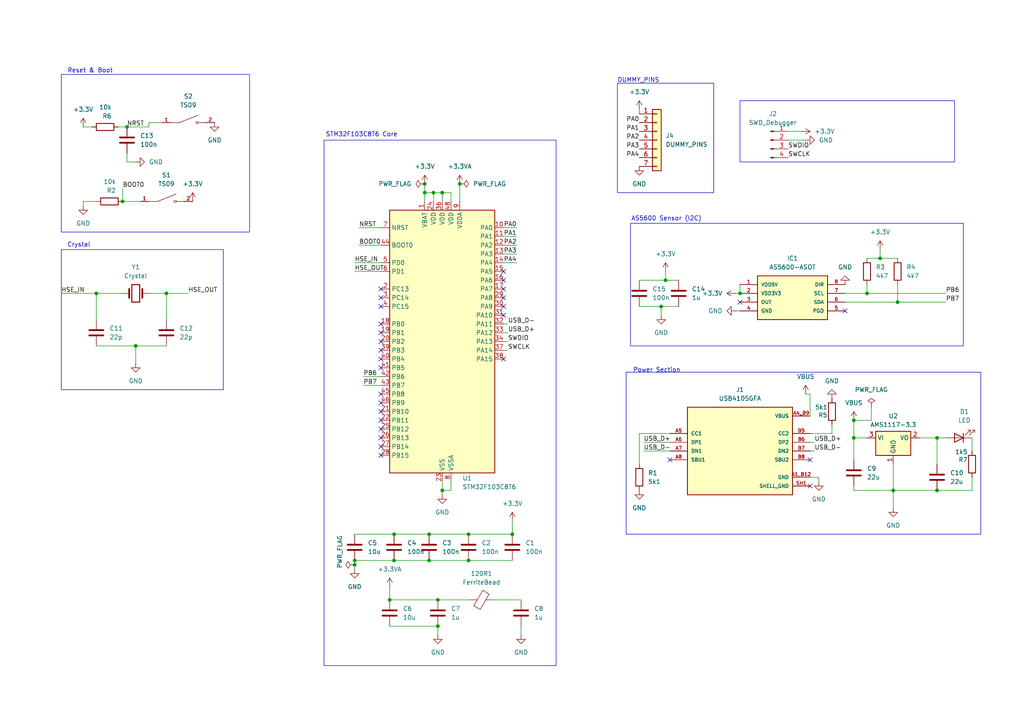
<source format=kicad_sch>
(kicad_sch (version 20250114) (generator "eeschema") (generator_version "9.0")
  (paper "A4")
  (lib_symbols
    (symbol "AS5600:AS5600-ASOT" (pin_names (offset 1.016))
      (property "Reference" "IC1" (at 15.24 7.62 0))
      (property "Value" "AS5600-ASOT" (at 15.24 5.08 0))
      (symbol "AS5600-ASOT_0_0"
        (rectangle (start 5.08 -10.16) (end 25.4 2.54) (stroke (width 0.254)) (fill (type background)))
        (pin bidirectional line (at 0 -5.08 0) (length 5.08) (name "OUT") (number "3"))
        (pin bidirectional line (at 30.48 -2.54 180) (length 5.08) (name "SCL") (number "7"))
        (pin bidirectional line (at 30.48 -5.08 180) (length 5.08) (name "SDA") (number "6"))
        (pin bidirectional line (at 30.48 -7.62 180) (length 5.08) (name "PGO") (number "5"))
      )
      (symbol "AS5600-ASOT_1_0"
        (pin power_in line (at 0 0 0) (length 5.08) (name "VDD5V") (number "1"))
        (pin power_in line (at 0 -2.54 0) (length 5.08) (name "VDD3V3") (number "2"))
        (pin power_in line (at 0 -7.62 0) (length 5.08) (name "GND") (number "4"))
        (pin input line (at 30.48 0 180) (length 5.08) (name "DIR") (number "8"))
      )
    )
    (symbol "Connector:Conn_01x04_Pin" (pin_names (offset 1.016) (hide yes))
      (property "Reference" "J" (at 0 5.08 0))
      (property "Value" "Conn_01x04_Pin" (at 0 -7.62 0))
      (symbol "Conn_01x04_Pin_1_1"
        (rectangle (start 0.8636 2.667) (end 0 2.413) (stroke (width 0.1524)) (fill (type outline)))
        (rectangle (start 0.8636 0.127) (end 0 -0.127) (stroke (width 0.1524)) (fill (type outline)))
        (rectangle (start 0.8636 -2.413) (end 0 -2.667) (stroke (width 0.1524)) (fill (type outline)))
        (rectangle (start 0.8636 -4.953) (end 0 -5.207) (stroke (width 0.1524)) (fill (type outline)))
        (polyline (pts (xy 1.27 2.54) (xy 0.8636 2.54)) (stroke (width 0.1524)))
        (polyline (pts (xy 1.27 0) (xy 0.8636 0)) (stroke (width 0.1524)))
        (polyline (pts (xy 1.27 -2.54) (xy 0.8636 -2.54)) (stroke (width 0.1524)))
        (polyline (pts (xy 1.27 -5.08) (xy 0.8636 -5.08)) (stroke (width 0.1524)))
        (pin passive line (at 5.08 2.54 180) (length 3.81) (name "Pin_1") (number "1"))
        (pin passive line (at 5.08 0 180) (length 3.81) (name "Pin_2") (number "2"))
        (pin passive line (at 5.08 -2.54 180) (length 3.81) (name "Pin_3") (number "3"))
        (pin passive line (at 5.08 -5.08 180) (length 3.81) (name "Pin_4") (number "4"))
      )
    )
    (symbol "Connector_Generic:Conn_01x07" (pin_names (offset 1.016) (hide yes))
      (property "Reference" "J" (at 0 10.16 0))
      (property "Value" "Conn_01x07" (at 0 -10.16 0))
      (symbol "Conn_01x07_1_1"
        (rectangle (start -1.27 8.89) (end 1.27 -8.89) (stroke (width 0.254)) (fill (type background)))
        (rectangle (start -1.27 7.747) (end 0 7.493) (stroke (width 0.1524)))
        (rectangle (start -1.27 5.207) (end 0 4.953) (stroke (width 0.1524)))
        (rectangle (start -1.27 2.667) (end 0 2.413) (stroke (width 0.1524)))
        (rectangle (start -1.27 0.127) (end 0 -0.127) (stroke (width 0.1524)))
        (rectangle (start -1.27 -2.413) (end 0 -2.667) (stroke (width 0.1524)))
        (rectangle (start -1.27 -4.953) (end 0 -5.207) (stroke (width 0.1524)))
        (rectangle (start -1.27 -7.493) (end 0 -7.747) (stroke (width 0.1524)))
        (pin passive line (at -5.08 7.62 0) (length 3.81) (name "Pin_1") (number "1"))
        (pin passive line (at -5.08 5.08 0) (length 3.81) (name "Pin_2") (number "2"))
        (pin passive line (at -5.08 2.54 0) (length 3.81) (name "Pin_3") (number "3"))
        (pin passive line (at -5.08 0 0) (length 3.81) (name "Pin_4") (number "4"))
        (pin passive line (at -5.08 -2.54 0) (length 3.81) (name "Pin_5") (number "5"))
        (pin passive line (at -5.08 -5.08 0) (length 3.81) (name "Pin_6") (number "6"))
        (pin passive line (at -5.08 -7.62 0) (length 3.81) (name "Pin_7") (number "7"))
      )
    )
    (symbol "Device:C" (pin_numbers (hide yes)) (pin_names (offset 0.254))
      (property "Reference" "C" (at 0.635 2.54 0))
      (property "Value" "C" (at 0.635 -2.54 0))
      (symbol "C_0_1"
        (polyline (pts (xy -2.032 0.762) (xy 2.032 0.762)) (stroke (width 0.508)))
        (polyline (pts (xy -2.032 -0.762) (xy 2.032 -0.762)) (stroke (width 0.508)))
      )
      (symbol "C_1_1"
        (pin passive line (at 0 3.81 270) (length 2.794) (name "~") (number "1"))
        (pin passive line (at 0 -3.81 90) (length 2.794) (name "~") (number "2"))
      )
    )
    (symbol "Device:Crystal" (pin_numbers (hide yes)) (pin_names (offset 1.016) (hide yes))
      (property "Reference" "Y" (at 0 3.81 0))
      (property "Value" "Crystal" (at 0 -3.81 0))
      (symbol "Crystal_0_1"
        (polyline (pts (xy -2.54 0) (xy -1.905 0)))
        (polyline (pts (xy -1.905 -1.27) (xy -1.905 1.27)) (stroke (width 0.508)))
        (rectangle (start -1.143 2.54) (end 1.143 -2.54) (stroke (width 0.3048)))
        (polyline (pts (xy 1.905 -1.27) (xy 1.905 1.27)) (stroke (width 0.508)))
        (polyline (pts (xy 2.54 0) (xy 1.905 0)))
      )
      (symbol "Crystal_1_1"
        (pin passive line (at -3.81 0 0) (length 1.27) (name "1") (number "1"))
        (pin passive line (at 3.81 0 180) (length 1.27) (name "2") (number "2"))
      )
    )
    (symbol "Device:FerriteBead" (pin_numbers (hide yes)) (pin_names (offset 0))
      (property "Reference" "FB" (at -3.81 0.635 90))
      (property "Value" "FerriteBead" (at 3.81 0 90))
      (symbol "FerriteBead_0_1"
        (polyline (pts (xy -2.7686 0.4064) (xy -1.7018 2.2606) (xy 2.7686 -0.3048) (xy 1.6764 -2.159) (xy -2.7686 0.4064)))
        (polyline (pts (xy 0 1.27) (xy 0 1.2954)))
        (polyline (pts (xy 0 -1.27) (xy 0 -1.2192)))
      )
      (symbol "FerriteBead_1_1"
        (pin passive line (at 0 3.81 270) (length 2.54) (name "~") (number "1"))
        (pin passive line (at 0 -3.81 90) (length 2.54) (name "~") (number "2"))
      )
    )
    (symbol "Device:LED" (pin_numbers (hide yes)) (pin_names (offset 1.016) (hide yes))
      (property "Reference" "D" (at 0 2.54 0))
      (property "Value" "LED" (at 0 -2.54 0))
      (symbol "LED_0_1"
        (polyline (pts (xy -3.048 -0.762) (xy -4.572 -2.286) (xy -3.81 -2.286) (xy -4.572 -2.286) (xy -4.572 -1.524)))
        (polyline (pts (xy -1.778 -0.762) (xy -3.302 -2.286) (xy -2.54 -2.286) (xy -3.302 -2.286) (xy -3.302 -1.524)))
        (polyline (pts (xy -1.27 0) (xy 1.27 0)))
        (polyline (pts (xy -1.27 -1.27) (xy -1.27 1.27)) (stroke (width 0.254)))
        (polyline (pts (xy 1.27 -1.27) (xy 1.27 1.27) (xy -1.27 0) (xy 1.27 -1.27)) (stroke (width 0.254)))
      )
      (symbol "LED_1_1"
        (pin passive line (at -3.81 0 0) (length 2.54) (name "K") (number "1"))
        (pin passive line (at 3.81 0 180) (length 2.54) (name "A") (number "2"))
      )
    )
    (symbol "Device:R" (pin_numbers (hide yes)) (pin_names (offset 0))
      (property "Reference" "R" (at 2.032 0 90))
      (property "Value" "R" (at 0 0 90))
      (symbol "R_0_1"
        (rectangle (start -1.016 -2.54) (end 1.016 2.54) (stroke (width 0.254)))
      )
      (symbol "R_1_1"
        (pin passive line (at 0 3.81 270) (length 1.27) (name "~") (number "1"))
        (pin passive line (at 0 -3.81 90) (length 1.27) (name "~") (number "2"))
      )
    )
    (symbol "MCU_ST_STM32F1:STM32F103C8Tx"
      (property "Reference" "U" (at -15.24 39.37 0))
      (property "Value" "STM32F103C8Tx" (at 7.62 39.37 0))
      (symbol "STM32F103C8Tx_0_1"
        (rectangle (start -15.24 -38.1) (end 15.24 38.1) (stroke (width 0.254)) (fill (type background)))
      )
      (symbol "STM32F103C8Tx_1_1"
        (pin input line (at -17.78 33.02 0) (length 2.54) (name "NRST") (number "7"))
        (pin input line (at -17.78 27.94 0) (length 2.54) (name "BOOT0") (number "44"))
        (pin bidirectional line (at -17.78 22.86 0) (length 2.54) (name "PD0") (number "5"))
        (pin bidirectional line (at -17.78 20.32 0) (length 2.54) (name "PD1") (number "6"))
        (pin bidirectional line (at -17.78 15.24 0) (length 2.54) (name "PC13") (number "2"))
        (pin bidirectional line (at -17.78 12.7 0) (length 2.54) (name "PC14") (number "3"))
        (pin bidirectional line (at -17.78 10.16 0) (length 2.54) (name "PC15") (number "4"))
        (pin bidirectional line (at -17.78 5.08 0) (length 2.54) (name "PB0") (number "18"))
        (pin bidirectional line (at -17.78 2.54 0) (length 2.54) (name "PB1") (number "19"))
        (pin bidirectional line (at -17.78 0 0) (length 2.54) (name "PB2") (number "20"))
        (pin bidirectional line (at -17.78 -2.54 0) (length 2.54) (name "PB3") (number "39"))
        (pin bidirectional line (at -17.78 -5.08 0) (length 2.54) (name "PB4") (number "40"))
        (pin bidirectional line (at -17.78 -7.62 0) (length 2.54) (name "PB5") (number "41"))
        (pin bidirectional line (at -17.78 -10.16 0) (length 2.54) (name "PB6") (number "42"))
        (pin bidirectional line (at -17.78 -12.7 0) (length 2.54) (name "PB7") (number "43"))
        (pin bidirectional line (at -17.78 -15.24 0) (length 2.54) (name "PB8") (number "45"))
        (pin bidirectional line (at -17.78 -17.78 0) (length 2.54) (name "PB9") (number "46"))
        (pin bidirectional line (at -17.78 -20.32 0) (length 2.54) (name "PB10") (number "21"))
        (pin bidirectional line (at -17.78 -22.86 0) (length 2.54) (name "PB11") (number "22"))
        (pin bidirectional line (at -17.78 -25.4 0) (length 2.54) (name "PB12") (number "25"))
        (pin bidirectional line (at -17.78 -27.94 0) (length 2.54) (name "PB13") (number "26"))
        (pin bidirectional line (at -17.78 -30.48 0) (length 2.54) (name "PB14") (number "27"))
        (pin bidirectional line (at -17.78 -33.02 0) (length 2.54) (name "PB15") (number "28"))
        (pin power_in line (at -5.08 40.64 270) (length 2.54) (name "VBAT") (number "1"))
        (pin power_in line (at -2.54 40.64 270) (length 2.54) (name "VDD") (number "24"))
        (pin power_in line (at 0 40.64 270) (length 2.54) (name "VDD") (number "36"))
        (pin power_in line (at 0 -40.64 90) (length 2.54) (name "VSS") (number "23"))
        (pin passive line (at 0 -40.64 90) (length 2.54) (hide yes) (name "VSS") (number "35"))
        (pin passive line (at 0 -40.64 90) (length 2.54) (hide yes) (name "VSS") (number "47"))
        (pin power_in line (at 2.54 40.64 270) (length 2.54) (name "VDD") (number "48"))
        (pin power_in line (at 2.54 -40.64 90) (length 2.54) (name "VSSA") (number "8"))
        (pin power_in line (at 5.08 40.64 270) (length 2.54) (name "VDDA") (number "9"))
        (pin bidirectional line (at 17.78 33.02 180) (length 2.54) (name "PA0") (number "10"))
        (pin bidirectional line (at 17.78 30.48 180) (length 2.54) (name "PA1") (number "11"))
        (pin bidirectional line (at 17.78 27.94 180) (length 2.54) (name "PA2") (number "12"))
        (pin bidirectional line (at 17.78 25.4 180) (length 2.54) (name "PA3") (number "13"))
        (pin bidirectional line (at 17.78 22.86 180) (length 2.54) (name "PA4") (number "14"))
        (pin bidirectional line (at 17.78 20.32 180) (length 2.54) (name "PA5") (number "15"))
        (pin bidirectional line (at 17.78 17.78 180) (length 2.54) (name "PA6") (number "16"))
        (pin bidirectional line (at 17.78 15.24 180) (length 2.54) (name "PA7") (number "17"))
        (pin bidirectional line (at 17.78 12.7 180) (length 2.54) (name "PA8") (number "29"))
        (pin bidirectional line (at 17.78 10.16 180) (length 2.54) (name "PA9") (number "30"))
        (pin bidirectional line (at 17.78 7.62 180) (length 2.54) (name "PA10") (number "31"))
        (pin bidirectional line (at 17.78 5.08 180) (length 2.54) (name "PA11") (number "32"))
        (pin bidirectional line (at 17.78 2.54 180) (length 2.54) (name "PA12") (number "33"))
        (pin bidirectional line (at 17.78 0 180) (length 2.54) (name "PA13") (number "34"))
        (pin bidirectional line (at 17.78 -2.54 180) (length 2.54) (name "PA14") (number "37"))
        (pin bidirectional line (at 17.78 -5.08 180) (length 2.54) (name "PA15") (number "38"))
      )
    )
    (symbol "Regulator_Linear:AMS1117-3.3"
      (property "Reference" "U" (at -3.81 3.175 0))
      (property "Value" "AMS1117-3.3" (at 0 3.175 0))
      (symbol "AMS1117-3.3_0_1"
        (rectangle (start -5.08 -5.08) (end 5.08 1.905) (stroke (width 0.254)) (fill (type background)))
      )
      (symbol "AMS1117-3.3_1_1"
        (pin power_in line (at -7.62 0 0) (length 2.54) (name "VI") (number "3"))
        (pin power_in line (at 0 -7.62 90) (length 2.54) (name "GND") (number "1"))
        (pin power_out line (at 7.62 0 180) (length 2.54) (name "VO") (number "2"))
      )
    )
    (symbol "power:+3.3V" (power) (pin_numbers (hide yes)) (pin_names (offset 0) (hide yes))
      (property "Value" "+3.3V" (at 0 3.556 0))
      (symbol "+3.3V_0_1"
        (polyline (pts (xy -0.762 1.27) (xy 0 2.54)))
        (polyline (pts (xy 0 2.54) (xy 0.762 1.27)))
        (polyline (pts (xy 0 0) (xy 0 2.54)))
      )
      (symbol "+3.3V_1_1"
        (pin power_in line (at 0 0 90) (length 0) (name "~") (number "1"))
      )
    )
    (symbol "power:+3.3VA" (power) (pin_numbers (hide yes)) (pin_names (offset 0) (hide yes))
      (property "Value" "+3.3VA" (at 0 3.556 0))
      (symbol "+3.3VA_0_1"
        (polyline (pts (xy -0.762 1.27) (xy 0 2.54)))
        (polyline (pts (xy 0 2.54) (xy 0.762 1.27)))
        (polyline (pts (xy 0 0) (xy 0 2.54)))
      )
      (symbol "+3.3VA_1_1"
        (pin power_in line (at 0 0 90) (length 0) (name "~") (number "1"))
      )
    )
    (symbol "power:GND" (power) (pin_numbers (hide yes)) (pin_names (offset 0) (hide yes))
      (property "Value" "GND" (at 0 -3.81 0))
      (symbol "GND_0_1"
        (polyline (pts (xy 0 0) (xy 0 -1.27) (xy 1.27 -1.27) (xy 0 -2.54) (xy -1.27 -1.27) (xy 0 -1.27)))
      )
      (symbol "GND_1_1"
        (pin power_in line (at 0 0 270) (length 0) (name "~") (number "1"))
      )
    )
    (symbol "power:PWR_FLAG" (power) (pin_numbers (hide yes)) (pin_names (offset 0) (hide yes))
      (property "Value" "PWR_FLAG" (at 0 3.81 0))
      (symbol "PWR_FLAG_0_0"
        (pin power_out line (at 0 0 90) (length 0) (name "~") (number "1"))
      )
      (symbol "PWR_FLAG_0_1"
        (polyline (pts (xy 0 0) (xy 0 1.27) (xy -1.016 1.905) (xy 0 2.54) (xy 1.016 1.905) (xy 0 1.27)))
      )
    )
    (symbol "power:VBUS" (power) (pin_numbers (hide yes)) (pin_names (offset 0) (hide yes))
      (property "Value" "VBUS" (at 0 3.556 0))
      (symbol "VBUS_0_1"
        (polyline (pts (xy -0.762 1.27) (xy 0 2.54)))
        (polyline (pts (xy 0 2.54) (xy 0.762 1.27)))
        (polyline (pts (xy 0 0) (xy 0 2.54)))
      )
      (symbol "VBUS_1_1"
        (pin power_in line (at 0 0 90) (length 0) (name "~") (number "1"))
      )
    )
    (symbol "ts09:TS09-63-25-R-160-SMT-TR" (pin_names (offset 1.016))
      (property "Reference" "S" (at -2.54 2.54 0))
      (property "Value" "TS09-63-25-R-160-SMT-TR" (at -2.54 -2.54 0))
      (symbol "TS09-63-25-R-160-SMT-TR_0_0"
        (polyline (pts (xy -2.54 0) (xy -5.08 0)) (stroke (width 0.1524)))
        (polyline (pts (xy -2.54 0) (xy 2.794 2.1336)) (stroke (width 0.1524)))
        (circle (center 2.54 0) (radius 0.3302) (stroke (width 0.1524)))
        (polyline (pts (xy 5.08 0) (xy 2.921 0)) (stroke (width 0.1524)))
        (pin passive line (at -7.62 0 0) (length 2.54) (name "~") (number "1"))
        (pin passive line (at 7.62 0 180) (length 2.54) (name "~") (number "2"))
      )
    )
    (symbol "usb_c:USB4105GFA" (pin_names (offset 1.016))
      (property "Reference" "J" (at -15.24 13.97 0))
      (property "Value" "USB4105GFA" (at -15.24 -15.24 0))
      (symbol "USB4105GFA_0_0"
        (rectangle (start -15.24 -12.7) (end 15.24 12.7) (stroke (width 0.254)) (fill (type background)))
        (pin bidirectional line (at -20.32 5.08 0) (length 5.08) (name "CC1") (number "A5"))
        (pin bidirectional line (at -20.32 2.54 0) (length 5.08) (name "DP1") (number "A6"))
        (pin bidirectional line (at -20.32 0 0) (length 5.08) (name "DN1") (number "A7"))
        (pin bidirectional line (at -20.32 -2.54 0) (length 5.08) (name "SBU1") (number "A8"))
        (pin power_in line (at 20.32 10.16 180) (length 5.08) (name "VBUS") (number "A4_B9"))
        (pin power_in line (at 20.32 10.16 180) (length 5.08) (hide yes) (name "VBUS") (number "B4_A9"))
        (pin bidirectional line (at 20.32 5.08 180) (length 5.08) (name "CC2") (number "B5"))
        (pin bidirectional line (at 20.32 2.54 180) (length 5.08) (name "DP2") (number "B6"))
        (pin bidirectional line (at 20.32 0 180) (length 5.08) (name "DN2") (number "B7"))
        (pin bidirectional line (at 20.32 -2.54 180) (length 5.08) (name "SBU2") (number "B8"))
        (pin power_in line (at 20.32 -7.62 180) (length 5.08) (name "GND") (number "A1_B12"))
        (pin power_in line (at 20.32 -7.62 180) (length 5.08) (hide yes) (name "GND") (number "B1_A12"))
        (pin power_in line (at 20.32 -10.16 180) (length 5.08) (name "SHELL_GND") (number "SH1"))
        (pin power_in line (at 20.32 -10.16 180) (length 5.08) (hide yes) (name "SHELL_GND") (number "SH2"))
        (pin power_in line (at 20.32 -10.16 180) (length 5.08) (hide yes) (name "SHELL_GND") (number "SH3"))
        (pin power_in line (at 20.32 -10.16 180) (length 5.08) (hide yes) (name "SHELL_GND") (number "SH4"))
      )
    )
  )
  (rectangle (start 182.88 64.77) (end 279.4 100.33))
  (rectangle (start 93.98 40.64) (end 161.29 193.04))
  (rectangle (start 214.63 29.21) (end 276.86 46.99))
  (rectangle (start 17.78 72.39) (end 64.77 113.03))
  (rectangle (start 179.07 24.13) (end 207.01 55.88))
  (rectangle (start 181.61 107.95) (end 284.48 154.94))
  (rectangle (start 17.78 21.59) (end 72.39 67.31))
  (text "AS5600 Sensor (I2C)" (at 193.294 63.5 0) (effects (font (size 1.27 1.27))))
  (text "STM32F103C8T6 Core" (at 104.902 39.116 0) (effects (font (size 1.27 1.27))))
  (text "Reset & Boot" (at 26.162 20.574 0) (effects (font (size 1.27 1.27))))
  (text "DUMMY_PINS\n" (at 185.166 23.368 0) (effects (font (size 1.27 1.27))))
  (text "Power Section\n" (at 190.5 107.442 0) (effects (font (size 1.27 1.27))))
  (text "Crystal \n" (at 23.368 71.12 0) (effects (font (size 1.27 1.27))))
  (junction (at 128.27 55.88))
  (junction (at 148.59 154.94))
  (junction (at 114.3 154.94))
  (junction (at 123.19 55.88))
  (junction (at 36.83 36.83))
  (junction (at 259.08 142.24))
  (junction (at 271.78 142.24))
  (junction (at 124.46 162.56))
  (junction (at 271.78 127))
  (junction (at 247.65 121.92))
  (junction (at 191.77 88.9))
  (junction (at 251.46 85.09))
  (junction (at 113.03 173.99))
  (junction (at 133.35 53.34))
  (junction (at 135.89 162.56))
  (junction (at 193.04 81.28))
  (junction (at 123.19 53.34))
  (junction (at 102.87 162.56))
  (junction (at 247.65 127))
  (junction (at 255.27 74.93))
  (junction (at 124.46 154.94))
  (junction (at 39.37 100.33))
  (junction (at 214.63 85.09))
  (junction (at 48.26 85.09))
  (junction (at 135.89 154.94))
  (junction (at 114.3 162.56))
  (junction (at 102.87 163.83))
  (junction (at 125.73 55.88))
  (junction (at 127 173.99))
  (junction (at 128.27 142.24))
  (junction (at 35.56 58.42))
  (junction (at 260.35 87.63))
  (junction (at 27.94 85.09))
  (junction (at 127 181.61))
  (no_connect (at 146.05 88.9))
  (no_connect (at 234.95 140.97))
  (no_connect (at 110.49 121.92))
  (no_connect (at 110.49 114.3))
  (no_connect (at 146.05 91.44))
  (no_connect (at 110.49 132.08))
  (no_connect (at 110.49 127))
  (no_connect (at 110.49 99.06))
  (no_connect (at 110.49 101.6))
  (no_connect (at 110.49 124.46))
  (no_connect (at 214.63 87.63))
  (no_connect (at 110.49 106.68))
  (no_connect (at 110.49 83.82))
  (no_connect (at 194.31 133.35))
  (no_connect (at 110.49 119.38))
  (no_connect (at 146.05 86.36))
  (no_connect (at 146.05 78.74))
  (no_connect (at 110.49 88.9))
  (no_connect (at 146.05 81.28))
  (no_connect (at 110.49 93.98))
  (no_connect (at 110.49 86.36))
  (no_connect (at 110.49 116.84))
  (no_connect (at 146.05 104.14))
  (no_connect (at 245.11 90.17))
  (no_connect (at 234.95 133.35))
  (no_connect (at 110.49 104.14))
  (no_connect (at 110.49 96.52))
  (no_connect (at 146.05 83.82))
  (no_connect (at 110.49 129.54))
  (wire (pts (xy 255.27 72.39) (xy 255.27 74.93)))
  (wire (pts (xy 146.05 101.6) (xy 147.32 101.6)))
  (wire (pts (xy 214.63 82.55) (xy 214.63 85.09)))
  (wire (pts (xy 130.81 142.24) (xy 128.27 142.24)))
  (wire (pts (xy 43.18 85.09) (xy 48.26 85.09)))
  (wire (pts (xy 271.78 127) (xy 274.32 127)))
  (wire (pts (xy 234.95 114.3) (xy 233.68 114.3)))
  (wire (pts (xy 234.95 138.43) (xy 237.49 138.43)))
  (wire (pts (xy 123.19 55.88) (xy 123.19 58.42)))
  (wire (pts (xy 24.13 36.83) (xy 26.67 36.83)))
  (wire (pts (xy 241.3 125.73) (xy 241.3 123.19)))
  (wire (pts (xy 247.65 127) (xy 251.46 127)))
  (wire (pts (xy 186.69 128.27) (xy 194.31 128.27)))
  (wire (pts (xy 128.27 139.7) (xy 128.27 142.24)))
  (wire (pts (xy 125.73 55.88) (xy 123.19 55.88)))
  (wire (pts (xy 251.46 85.09) (xy 274.32 85.09)))
  (wire (pts (xy 251.46 74.93) (xy 255.27 74.93)))
  (wire (pts (xy 113.03 170.18) (xy 113.03 173.99)))
  (wire (pts (xy 271.78 127) (xy 271.78 134.62)))
  (wire (pts (xy 151.13 181.61) (xy 151.13 184.15)))
  (wire (pts (xy 102.87 163.83) (xy 102.87 165.1)))
  (wire (pts (xy 39.37 100.33) (xy 39.37 105.41)))
  (wire (pts (xy 252.73 118.11) (xy 252.73 121.92)))
  (wire (pts (xy 237.49 138.43) (xy 237.49 139.7)))
  (wire (pts (xy 43.18 36.83) (xy 36.83 36.83)))
  (wire (pts (xy 281.94 138.43) (xy 281.94 142.24)))
  (wire (pts (xy 124.46 154.94) (xy 135.89 154.94)))
  (wire (pts (xy 259.08 134.62) (xy 259.08 142.24)))
  (wire (pts (xy 127 181.61) (xy 127 184.15)))
  (wire (pts (xy 252.73 121.92) (xy 247.65 121.92)))
  (wire (pts (xy 213.36 90.17) (xy 214.63 90.17)))
  (wire (pts (xy 104.14 66.04) (xy 110.49 66.04)))
  (wire (pts (xy 146.05 71.12) (xy 149.86 71.12)))
  (wire (pts (xy 143.51 173.99) (xy 151.13 173.99)))
  (wire (pts (xy 105.41 111.76) (xy 110.49 111.76)))
  (wire (pts (xy 146.05 99.06) (xy 147.32 99.06)))
  (wire (pts (xy 213.36 85.09) (xy 214.63 85.09)))
  (wire (pts (xy 185.42 81.28) (xy 193.04 81.28)))
  (wire (pts (xy 104.14 71.12) (xy 110.49 71.12)))
  (wire (pts (xy 36.83 46.99) (xy 39.37 46.99)))
  (wire (pts (xy 43.18 35.56) (xy 43.18 36.83)))
  (wire (pts (xy 135.89 154.94) (xy 148.59 154.94)))
  (wire (pts (xy 27.94 85.09) (xy 27.94 92.71)))
  (wire (pts (xy 148.59 151.13) (xy 148.59 154.94)))
  (wire (pts (xy 234.95 128.27) (xy 236.22 128.27)))
  (wire (pts (xy 194.31 125.73) (xy 185.42 125.73)))
  (wire (pts (xy 35.56 54.61) (xy 35.56 58.42)))
  (wire (pts (xy 260.35 87.63) (xy 274.32 87.63)))
  (wire (pts (xy 128.27 55.88) (xy 125.73 55.88)))
  (wire (pts (xy 247.65 140.97) (xy 247.65 142.24)))
  (wire (pts (xy 247.65 121.92) (xy 247.65 127)))
  (wire (pts (xy 27.94 100.33) (xy 39.37 100.33)))
  (wire (pts (xy 186.69 130.81) (xy 194.31 130.81)))
  (wire (pts (xy 24.13 59.69) (xy 24.13 58.42)))
  (wire (pts (xy 105.41 109.22) (xy 110.49 109.22)))
  (wire (pts (xy 247.65 127) (xy 247.65 133.35)))
  (wire (pts (xy 234.95 125.73) (xy 241.3 125.73)))
  (wire (pts (xy 48.26 85.09) (xy 54.61 85.09)))
  (wire (pts (xy 36.83 44.45) (xy 36.83 46.99)))
  (wire (pts (xy 146.05 73.66) (xy 149.86 73.66)))
  (wire (pts (xy 39.37 100.33) (xy 48.26 100.33)))
  (wire (pts (xy 46.99 35.56) (xy 43.18 35.56)))
  (wire (pts (xy 113.03 181.61) (xy 127 181.61)))
  (wire (pts (xy 281.94 142.24) (xy 271.78 142.24)))
  (wire (pts (xy 185.42 125.73) (xy 185.42 134.62)))
  (wire (pts (xy 128.27 55.88) (xy 128.27 58.42)))
  (wire (pts (xy 185.42 31.75) (xy 185.42 33.02)))
  (wire (pts (xy 146.05 68.58) (xy 149.86 68.58)))
  (wire (pts (xy 146.05 76.2) (xy 149.86 76.2)))
  (wire (pts (xy 102.87 162.56) (xy 114.3 162.56)))
  (wire (pts (xy 124.46 162.56) (xy 135.89 162.56)))
  (wire (pts (xy 133.35 53.34) (xy 133.35 58.42)))
  (wire (pts (xy 48.26 85.09) (xy 48.26 92.71)))
  (wire (pts (xy 247.65 142.24) (xy 259.08 142.24)))
  (wire (pts (xy 35.56 85.09) (xy 27.94 85.09)))
  (wire (pts (xy 234.95 130.81) (xy 236.22 130.81)))
  (wire (pts (xy 193.04 81.28) (xy 196.85 81.28)))
  (wire (pts (xy 130.81 55.88) (xy 128.27 55.88)))
  (wire (pts (xy 259.08 142.24) (xy 271.78 142.24)))
  (wire (pts (xy 281.94 127) (xy 281.94 130.81)))
  (wire (pts (xy 35.56 58.42) (xy 40.64 58.42)))
  (wire (pts (xy 102.87 162.56) (xy 102.87 163.83)))
  (wire (pts (xy 123.19 53.34) (xy 123.19 55.88)))
  (wire (pts (xy 234.95 120.65) (xy 234.95 114.3)))
  (wire (pts (xy 24.13 58.42) (xy 27.94 58.42)))
  (wire (pts (xy 228.6 38.1) (xy 232.41 38.1)))
  (wire (pts (xy 113.03 173.99) (xy 127 173.99)))
  (wire (pts (xy 228.6 40.64) (xy 233.68 40.64)))
  (wire (pts (xy 259.08 142.24) (xy 259.08 147.32)))
  (wire (pts (xy 251.46 82.55) (xy 251.46 85.09)))
  (wire (pts (xy 102.87 154.94) (xy 114.3 154.94)))
  (wire (pts (xy 191.77 88.9) (xy 196.85 88.9)))
  (wire (pts (xy 127 173.99) (xy 135.89 173.99)))
  (wire (pts (xy 125.73 55.88) (xy 125.73 58.42)))
  (wire (pts (xy 193.04 78.74) (xy 193.04 81.28)))
  (wire (pts (xy 135.89 162.56) (xy 148.59 162.56)))
  (wire (pts (xy 114.3 162.56) (xy 124.46 162.56)))
  (wire (pts (xy 102.87 76.2) (xy 110.49 76.2)))
  (wire (pts (xy 245.11 87.63) (xy 260.35 87.63)))
  (wire (pts (xy 255.27 74.93) (xy 260.35 74.93)))
  (wire (pts (xy 17.78 85.09) (xy 27.94 85.09)))
  (wire (pts (xy 191.77 88.9) (xy 191.77 91.44)))
  (wire (pts (xy 146.05 66.04) (xy 149.86 66.04)))
  (wire (pts (xy 34.29 36.83) (xy 36.83 36.83)))
  (wire (pts (xy 102.87 78.74) (xy 110.49 78.74)))
  (wire (pts (xy 245.11 85.09) (xy 251.46 85.09)))
  (wire (pts (xy 130.81 139.7) (xy 130.81 142.24)))
  (wire (pts (xy 260.35 82.55) (xy 260.35 87.63)))
  (wire (pts (xy 266.7 127) (xy 271.78 127)))
  (wire (pts (xy 185.42 88.9) (xy 191.77 88.9)))
  (wire (pts (xy 146.05 93.98) (xy 147.32 93.98)))
  (wire (pts (xy 146.05 96.52) (xy 147.32 96.52)))
  (wire (pts (xy 128.27 142.24) (xy 128.27 143.51)))
  (wire (pts (xy 130.81 58.42) (xy 130.81 55.88)))
  (wire (pts (xy 114.3 154.94) (xy 124.46 154.94)))
  (label "PA1" (at 185.42 38.1 180))
  (label "SWDIO" (at 228.6 43.18 0))
  (label "BOOT0" (at 35.56 54.61 0))
  (label "BOOT0" (at 104.14 71.12 0))
  (label "PA1" (at 149.86 68.58 180))
  (label "NRST" (at 36.83 36.83 0))
  (label "PA3" (at 185.42 43.18 180))
  (label "HSE_OUT" (at 102.87 78.74 0))
  (label "PB6" (at 274.32 85.09 0))
  (label "PA4" (at 149.86 76.2 180))
  (label "USB_D-" (at 147.32 93.98 0))
  (label "SWCLK" (at 147.32 101.6 0))
  (label "PB6" (at 105.41 109.22 0))
  (label "PA0" (at 149.86 66.04 180))
  (label "PA4" (at 185.42 45.72 180))
  (label "HSE_IN" (at 102.87 76.2 0))
  (label "PA0" (at 185.42 35.56 180))
  (label "SWDIO" (at 147.32 99.06 0))
  (label "PB7" (at 274.32 87.63 0))
  (label "NRST" (at 104.14 66.04 0))
  (label "PA3" (at 149.86 73.66 180))
  (label "PA2" (at 185.42 40.64 180))
  (label "USB_D+" (at 186.69 128.27 0))
  (label "SWCLK" (at 228.6 45.72 0))
  (label "USB_D+" (at 147.32 96.52 0))
  (label "PB7" (at 105.41 111.76 0))
  (label "HSE_IN" (at 17.78 85.09 0))
  (label "USB_D-" (at 186.69 130.81 0))
  (label "USB_D+" (at 236.22 128.27 0))
  (label "PA2" (at 149.86 71.12 180))
  (label "HSE_OUT" (at 54.61 85.09 0))
  (label "USB_D-" (at 236.22 130.81 0))
  (symbol (lib_id "power:GND") (at 128.27 143.51 0) (unit 1)
    (property "Reference" "#PWR023" (effects (hide yes)))
    (property "Value" "GND" (at 128.27 148.59 0))
    (property "Description" "Power symbol creates a global label with name \"GND\" , ground" (effects (hide yes)))
  )
  (symbol (lib_id "Device:C") (at 27.94 96.52 0) (unit 1)
    (property "Reference" "C11" (at 31.75 95.2499 0) (effects (justify left)))
    (property "Value" "22p" (at 31.75 97.7899 0) (effects (justify left)))
    (property "Footprint" "Capacitor_SMD:C_0603_1608Metric" (effects (hide yes)))
    (property "Description" "Unpolarized capacitor" (effects (hide yes)))
  )
  (symbol (lib_id "power:GND") (at 185.42 48.26 0) (unit 1)
    (property "Reference" "#PWR032" (effects (hide yes)))
    (property "Value" "GND" (at 185.42 53.34 0))
    (property "Description" "Power symbol creates a global label with name \"GND\" , ground" (effects (hide yes)))
  )
  (symbol (lib_id "Device:R") (at 281.94 134.62 180) (unit 1)
    (property "Reference" "R7" (at 280.67 133.35 0) (effects (justify left)))
    (property "Value" "1k5" (at 280.67 131.064 0) (effects (justify left)))
    (property "Footprint" "Resistor_SMD:R_0603_1608Metric" (effects (hide yes)))
    (property "Description" "Resistor" (effects (hide yes)))
  )
  (symbol (lib_id "Device:C") (at 48.26 96.52 0) (unit 1)
    (property "Reference" "C12" (at 52.07 95.2499 0) (effects (justify left)))
    (property "Value" "22p" (at 52.07 97.7899 0) (effects (justify left)))
    (property "Footprint" "Capacitor_SMD:C_0603_1608Metric" (effects (hide yes)))
    (property "Description" "Unpolarized capacitor" (effects (hide yes)))
  )
  (symbol (lib_id "power:+3.3V") (at 123.19 53.34 0) (unit 1)
    (property "Reference" "#PWR01" (effects (hide yes)))
    (property "Value" "+3.3V" (at 123.19 48.26 0))
    (property "Description" "Power symbol creates a global label with name \"+3.3V\"" (effects (hide yes)))
  )
  (symbol (lib_id "power:GND") (at 245.11 82.55 180) (unit 1)
    (property "Reference" "#PWR021" (effects (hide yes)))
    (property "Value" "GND" (at 245.11 77.47 0))
    (property "Description" "Power symbol creates a global label with name \"GND\" , ground" (effects (hide yes)))
  )
  (symbol (lib_id "power:VBUS") (at 247.65 121.92 0) (unit 1)
    (property "Reference" "#PWR011" (effects (hide yes)))
    (property "Value" "VBUS" (at 247.65 116.84 0))
    (property "Description" "Power symbol creates a global label with name \"VBUS\"" (effects (hide yes)))
  )
  (symbol (lib_id "power:+3.3VA") (at 133.35 53.34 0) (unit 1)
    (property "Reference" "#PWR06" (effects (hide yes)))
    (property "Value" "+3.3VA" (at 133.35 48.26 0))
    (property "Description" "Power symbol creates a global label with name \"+3.3VA\"" (effects (hide yes)))
  )
  (symbol (lib_id "power:GND") (at 24.13 59.69 0) (unit 1)
    (property "Reference" "#PWR016" (effects (hide yes)))
    (property "Value" "GND" (at 24.13 64.77 0))
    (property "Description" "Power symbol creates a global label with name \"GND\" , ground" (effects (hide yes)))
  )
  (symbol (lib_id "power:+3.3V") (at 185.42 31.75 0) (unit 1)
    (property "Reference" "#PWR031" (effects (hide yes)))
    (property "Value" "+3.3V" (at 185.42 26.67 0))
    (property "Description" "Power symbol creates a global label with name \"+3.3V\"" (effects (hide yes)))
  )
  (symbol (lib_id "Device:R") (at 30.48 36.83 90) (unit 1)
    (property "Reference" "R6" (at 32.385 33.6551 90) (effects (justify left)))
    (property "Value" "10k" (at 32.385 31.1151 90) (effects (justify left)))
    (property "Footprint" "Resistor_SMD:R_0603_1608Metric" (effects (hide yes)))
    (property "Description" "Resistor" (effects (hide yes)))
  )
  (symbol (lib_id "Device:C") (at 135.89 158.75 0) (unit 1)
    (property "Reference" "C2" (at 139.7 157.4799 0) (effects (justify left)))
    (property "Value" "100n" (at 139.7 160.0199 0) (effects (justify left)))
    (property "Footprint" "Capacitor_SMD:C_0603_1608Metric" (effects (hide yes)))
    (property "Description" "Unpolarized capacitor" (effects (hide yes)))
  )
  (symbol (lib_id "Device:R") (at 241.3 119.38 180) (unit 1)
    (property "Reference" "R5" (at 240.03 120.396 0) (effects (justify left)))
    (property "Value" "5k1" (at 240.03 118.11 0) (effects (justify left)))
    (property "Footprint" "Resistor_SMD:R_0603_1608Metric" (effects (hide yes)))
    (property "Description" "Resistor" (effects (hide yes)))
  )
  (symbol (lib_id "power:GND") (at 62.23 35.56 0) (unit 1)
    (property "Reference" "#PWR030" (effects (hide yes)))
    (property "Value" "GND" (at 62.23 40.64 0))
    (property "Description" "Power symbol creates a global label with name \"GND\" , ground" (effects (hide yes)))
  )
  (symbol (lib_id "power:GND") (at 241.3 115.57 180) (unit 1)
    (property "Reference" "#PWR010" (effects (hide yes)))
    (property "Value" "GND" (at 241.3 110.49 0))
    (property "Description" "Power symbol creates a global label with name \"GND\" , ground" (effects (hide yes)))
  )
  (symbol (lib_id "AS5600:AS5600-ASOT") (at 214.63 82.55 0) (unit 1)
    (property "Reference" "IC1" (at 229.87 74.93 0))
    (property "Value" "AS5600-ASOT" (at 229.87 77.47 0))
    (property "Footprint" "AS5600:SOIC127P600X175-8N" (effects (hide yes)))
    (property "MANUFACTURER_NAME" "ams" (effects (hide yes)))
    (property "MF" "ams" (effects (hide yes)))
    (property "MOUSER_PRICE-STOCK" "https://www.mouser.co.uk/ProductDetail/ams/AS5600-ASOT?qs=KTMMzrZdriGJpjhsnAEYBA%3D%3D" (effects (hide yes)))
    (property "DESCRIPTION" "Board Mount Hall Effect / Magnetic Sensors AS5600 Magnetic Sensor 12-Bit" (effects (hide yes)))
    (property "MOUSER_PART_NUMBER" "985-AS5600-ASOT" (effects (hide yes)))
    (property "Price" "None" (effects (hide yes)))
    (property "Package" "SOIC-8 ams" (effects (hide yes)))
    (property "Check_prices" "https://www.snapeda.com/parts/AS5600-ASOT/ams/view-part/?ref=eda" (effects (hide yes)))
    (property "HEIGHT" "1.75mm" (effects (hide yes)))
    (property "MP" "AS5600-ASOT" (effects (hide yes)))
    (property "SnapEDA_Link" "https://www.snapeda.com/parts/AS5600-ASOT/ams/view-part/?ref=snap" (effects (hide yes)))
    (property "ARROW_PRICE-STOCK" "https://www.arrow.com/en/products/as5600-asot/ams-ag?region=nac" (effects (hide yes)))
    (property "ARROW_PART_NUMBER" "AS5600-ASOT" (effects (hide yes)))
    (property "Description_1" "Hall Effect Sensor Angle External Magnet, Not Included Gull Wing" (effects (hide yes)))
    (property "Availability" "In Stock" (effects (hide yes)))
    (property "MANUFACTURER_PART_NUMBER" "AS5600-ASOT" (effects (hide yes)))
  )
  (symbol (lib_id "Device:C") (at 114.3 158.75 0) (unit 1)
    (property "Reference" "C4" (at 118.11 157.4799 0) (effects (justify left)))
    (property "Value" "100n" (at 118.11 160.0199 0) (effects (justify left)))
    (property "Footprint" "Capacitor_SMD:C_0603_1608Metric" (effects (hide yes)))
    (property "Description" "Unpolarized capacitor" (effects (hide yes)))
  )
  (symbol (lib_id "Device:C") (at 102.87 158.75 0) (unit 1)
    (property "Reference" "C5" (at 106.68 157.4799 0) (effects (justify left)))
    (property "Value" "10u" (at 106.68 160.0199 0) (effects (justify left)))
    (property "Footprint" "Capacitor_SMD:C_0603_1608Metric" (effects (hide yes)))
    (property "Description" "Unpolarized capacitor" (effects (hide yes)))
  )
  (symbol (lib_id "power:GND") (at 185.42 142.24 0) (unit 1)
    (property "Reference" "#PWR08" (effects (hide yes)))
    (property "Value" "GND" (at 185.42 147.32 0))
    (property "Description" "Power symbol creates a global label with name \"GND\" , ground" (effects (hide yes)))
  )
  (symbol (lib_id "power:PWR_FLAG") (at 102.87 163.83 90) (unit 1)
    (property "Reference" "#FLG04" (effects (hide yes)))
    (property "Value" "PWR_FLAG" (at 98.552 164.846 0) (effects (justify left)))
    (property "Description" "Special symbol for telling ERC where power comes from" (effects (hide yes)))
  )
  (symbol (lib_id "Device:C") (at 127 177.8 0) (unit 1)
    (property "Reference" "C7" (at 130.81 176.5299 0) (effects (justify left)))
    (property "Value" "1u" (at 130.81 179.0699 0) (effects (justify left)))
    (property "Footprint" "Capacitor_SMD:C_0603_1608Metric" (effects (hide yes)))
    (property "Description" "Unpolarized capacitor" (effects (hide yes)))
  )
  (symbol (lib_id "power:GND") (at 127 184.15 0) (unit 1)
    (property "Reference" "#PWR04" (effects (hide yes)))
    (property "Value" "GND" (at 127 189.23 0))
    (property "Description" "Power symbol creates a global label with name \"GND\" , ground" (effects (hide yes)))
  )
  (symbol (lib_id "Connector_Generic:Conn_01x07") (at 190.5 40.64 0) (unit 1)
    (property "Reference" "J4" (at 193.04 39.3699 0) (effects (justify left)))
    (property "Value" "DUMMY_PINS" (at 193.04 41.9099 0) (effects (justify left)))
    (property "Footprint" "Connector_PinHeader_2.54mm:PinHeader_1x07_P2.54mm_Vertical" (effects (hide yes)))
    (property "Description" "Generic connector, single row, 01x07, script generated (kicad-library-utils/schlib/autogen/connector/)" (effects (hide yes)))
  )
  (symbol (lib_id "power:+3.3V") (at 55.88 58.42 0) (unit 1)
    (property "Reference" "#PWR015" (effects (hide yes)))
    (property "Value" "+3.3V" (at 55.88 53.34 0))
    (property "Description" "Power symbol creates a global label with name \"+3.3V\"" (effects (hide yes)))
  )
  (symbol (lib_id "power:GND") (at 213.36 90.17 270) (unit 1)
    (property "Reference" "#PWR018" (effects (hide yes)))
    (property "Value" "GND" (at 209.55 90.1699 90) (effects (justify right)))
    (property "Description" "Power symbol creates a global label with name \"GND\" , ground" (effects (hide yes)))
  )
  (symbol (lib_id "Device:C") (at 196.85 85.09 0) (unit 1)
    (property "Reference" "C14" (at 200.66 83.8199 0) (effects (justify left)))
    (property "Value" "1u" (at 200.66 86.3599 0) (effects (justify left)))
    (property "Footprint" "Capacitor_SMD:C_0603_1608Metric" (effects (hide yes)))
    (property "Description" "Unpolarized capacitor" (effects (hide yes)))
  )
  (symbol (lib_id "power:GND") (at 237.49 139.7 0) (unit 1)
    (property "Reference" "#PWR09" (effects (hide yes)))
    (property "Value" "GND" (at 237.49 144.78 0))
    (property "Description" "Power symbol creates a global label with name \"GND\" , ground" (effects (hide yes)))
  )
  (symbol (lib_id "power:+3.3V") (at 255.27 72.39 0) (unit 1)
    (property "Reference" "#PWR022" (effects (hide yes)))
    (property "Value" "+3.3V" (at 255.27 67.31 0))
    (property "Description" "Power symbol creates a global label with name \"+3.3V\"" (effects (hide yes)))
  )
  (symbol (lib_id "Device:R") (at 251.46 78.74 0) (unit 1)
    (property "Reference" "R3" (at 254 77.4699 0) (effects (justify left)))
    (property "Value" "4k7" (at 254 80.0099 0) (effects (justify left)))
    (property "Footprint" "Resistor_SMD:R_0603_1608Metric" (effects (hide yes)))
    (property "Description" "Resistor" (effects (hide yes)))
  )
  (symbol (lib_id "power:PWR_FLAG") (at 252.73 118.11 0) (unit 1)
    (property "Reference" "#FLG03" (effects (hide yes)))
    (property "Value" "PWR_FLAG" (at 252.73 113.03 0))
    (property "Description" "Special symbol for telling ERC where power comes from" (effects (hide yes)))
  )
  (symbol (lib_id "Device:R") (at 260.35 78.74 0) (unit 1)
    (property "Reference" "R4" (at 262.89 77.4699 0) (effects (justify left)))
    (property "Value" "4k7" (at 262.89 80.0099 0) (effects (justify left)))
    (property "Footprint" "Resistor_SMD:R_0603_1608Metric" (effects (hide yes)))
    (property "Description" "Resistor" (effects (hide yes)))
  )
  (symbol (lib_id "power:GND") (at 39.37 105.41 0) (unit 1)
    (property "Reference" "#PWR013" (effects (hide yes)))
    (property "Value" "GND" (at 39.37 110.49 0))
    (property "Description" "Power symbol creates a global label with name \"GND\" , ground" (effects (hide yes)))
  )
  (symbol (lib_id "ts09:TS09-63-25-R-160-SMT-TR") (at 48.26 58.42 0) (unit 1)
    (property "Reference" "S1" (at 48.26 50.8 0))
    (property "Value" "TS09" (at 48.26 53.34 0))
    (property "Footprint" "ts09:SW_TS09-63-25-R-160-SMT-TR" (effects (hide yes)))
    (property "MF" "Same Sky" (effects (hide yes)))
    (property "MAXIMUM_PACKAGE_HEIGHT" "2.5 mm" (effects (hide yes)))
    (property "Package" "None" (effects (hide yes)))
    (property "Price" "None" (effects (hide yes)))
    (property "Check_prices" "https://www.snapeda.com/parts/TS09-63-25-R-160-SMT-TR/Same+Sky/view-part/?ref=eda" (effects (hide yes)))
    (property "STANDARD" "Manufacturer Recommendations" (effects (hide yes)))
    (property "PARTREV" "1.0" (effects (hide yes)))
    (property "SnapEDA_Link" "https://www.snapeda.com/parts/TS09-63-25-R-160-SMT-TR/Same+Sky/view-part/?ref=snap" (effects (hide yes)))
    (property "MP" "TS09-63-25-R-160-SMT-TR" (effects (hide yes)))
    (property "Description_1" "6.1 x 3.7 mm, 2.5 mm Actuator Height, 160 gf, Red, Surface Mount, SPST, Tactile Switch" (effects (hide yes)))
    (property "Availability" "In Stock" (effects (hide yes)))
    (property "MANUFACTURER" "CUI Devices" (effects (hide yes)))
  )
  (symbol (lib_id "Device:C") (at 271.78 138.43 0) (unit 1)
    (property "Reference" "C10" (at 275.59 137.1599 0) (effects (justify left)))
    (property "Value" "22u" (at 275.59 139.6999 0) (effects (justify left)))
    (property "Footprint" "Capacitor_SMD:C_0603_1608Metric" (effects (hide yes)))
    (property "Description" "Unpolarized capacitor" (effects (hide yes)))
  )
  (symbol (lib_id "power:GND") (at 39.37 46.99 90) (unit 1)
    (property "Reference" "#PWR014" (effects (hide yes)))
    (property "Value" "GND" (at 43.18 46.9899 90) (effects (justify right)))
    (property "Description" "Power symbol creates a global label with name \"GND\" , ground" (effects (hide yes)))
  )
  (symbol (lib_id "ts09:TS09-63-25-R-160-SMT-TR") (at 54.61 35.56 0) (unit 1)
    (property "Reference" "S2" (at 54.61 27.94 0))
    (property "Value" "TS09" (at 54.61 30.48 0))
    (property "Footprint" "ts09:SW_TS09-63-25-R-160-SMT-TR" (effects (hide yes)))
    (property "MF" "Same Sky" (effects (hide yes)))
    (property "MAXIMUM_PACKAGE_HEIGHT" "2.5 mm" (effects (hide yes)))
    (property "Package" "None" (effects (hide yes)))
    (property "Price" "None" (effects (hide yes)))
    (property "Check_prices" "https://www.snapeda.com/parts/TS09-63-25-R-160-SMT-TR/Same+Sky/view-part/?ref=eda" (effects (hide yes)))
    (property "STANDARD" "Manufacturer Recommendations" (effects (hide yes)))
    (property "PARTREV" "1.0" (effects (hide yes)))
    (property "SnapEDA_Link" "https://www.snapeda.com/parts/TS09-63-25-R-160-SMT-TR/Same+Sky/view-part/?ref=snap" (effects (hide yes)))
    (property "MP" "TS09-63-25-R-160-SMT-TR" (effects (hide yes)))
    (property "Description_1" "6.1 x 3.7 mm, 2.5 mm Actuator Height, 160 gf, Red, Surface Mount, SPST, Tactile Switch" (effects (hide yes)))
    (property "Availability" "In Stock" (effects (hide yes)))
    (property "MANUFACTURER" "CUI Devices" (effects (hide yes)))
  )
  (symbol (lib_id "Device:C") (at 148.59 158.75 0) (unit 1)
    (property "Reference" "C1" (at 152.4 157.4799 0) (effects (justify left)))
    (property "Value" "100n" (at 152.4 160.0199 0) (effects (justify left)))
    (property "Footprint" "Capacitor_SMD:C_0603_1608Metric" (effects (hide yes)))
    (property "Description" "Unpolarized capacitor" (effects (hide yes)))
  )
  (symbol (lib_id "usb_c:USB4105GFA") (at 214.63 130.81 0) (unit 1)
    (property "Reference" "J1" (at 214.63 113.03 0))
    (property "Value" "USB4105GFA" (at 214.63 115.57 0))
    (property "Footprint" "USB_C:GCT_USB4105GFA" (effects (hide yes)))
    (property "MF" "Global Connector Technology" (effects (hide yes)))
    (property "MAXIMUM_PACKAGE_HEIGHT" "3.31mm" (effects (hide yes)))
    (property "Package" "None" (effects (hide yes)))
    (property "Price" "None" (effects (hide yes)))
    (property "Check_prices" "https://www.snapeda.com/parts/USB4105GFA/Global+Connector+Technology/view-part/?ref=eda" (effects (hide yes)))
    (property "STANDARD" "Manufacturer Recommendations" (effects (hide yes)))
    (property "PARTREV" "B3" (effects (hide yes)))
    (property "SnapEDA_Link" "https://www.snapeda.com/parts/USB4105GFA/Global+Connector+Technology/view-part/?ref=snap" (effects (hide yes)))
    (property "MP" "USB4105GFA" (effects (hide yes)))
    (property "Description_1" "USB-C (USB TYPE-C) USB 2.0 Receptacle Connector 24 (16+8 Dummy) Position Surface Mount, Right Angle; Through Hole" (effects (hide yes)))
    (property "Availability" "In Stock" (effects (hide yes)))
    (property "MANUFACTURER" "Global Connector Technology" (effects (hide yes)))
  )
  (symbol (lib_id "MCU_ST_STM32F1:STM32F103C8Tx") (at 128.27 99.06 0) (unit 1)
    (property "Reference" "U1" (at 134.112 138.684 0) (effects (justify left)))
    (property "Value" "STM32F103C8T6" (at 134.112 141.224 0) (effects (justify left)))
    (property "Footprint" "Package_QFP:LQFP-48_7x7mm_P0.5mm" (effects (hide yes)))
    (property "Datasheet" "https://www.st.com/resource/en/datasheet/stm32f103c8.pdf" (effects (hide yes)))
    (property "Description" "STMicroelectronics Arm Cortex-M3 MCU, 64KB flash, 20KB RAM, 72 MHz, 2.0-3.6V, 37 GPIO, LQFP48" (effects (hide yes)))
  )
  (symbol (lib_id "Device:C") (at 113.03 177.8 0) (unit 1)
    (property "Reference" "C6" (at 116.84 176.5299 0) (effects (justify left)))
    (property "Value" "10u" (at 116.84 179.0699 0) (effects (justify left)))
    (property "Footprint" "Capacitor_SMD:C_0603_1608Metric" (effects (hide yes)))
    (property "Description" "Unpolarized capacitor" (effects (hide yes)))
  )
  (symbol (lib_id "power:GND") (at 259.08 147.32 0) (unit 1)
    (property "Reference" "#PWR012" (effects (hide yes)))
    (property "Value" "GND" (at 259.08 152.4 0))
    (property "Description" "Power symbol creates a global label with name \"GND\" , ground" (effects (hide yes)))
  )
  (symbol (lib_id "power:+3.3V") (at 213.36 85.09 90) (unit 1)
    (property "Reference" "#PWR019" (effects (hide yes)))
    (property "Value" "+3.3V" (at 209.55 85.0899 90) (effects (justify left)))
    (property "Description" "Power symbol creates a global label with name \"+3.3V\"" (effects (hide yes)))
  )
  (symbol (lib_id "Device:R") (at 185.42 138.43 0) (unit 1)
    (property "Reference" "R1" (at 187.96 137.1599 0) (effects (justify left)))
    (property "Value" "5k1" (at 187.96 139.6999 0) (effects (justify left)))
    (property "Footprint" "Resistor_SMD:R_0603_1608Metric" (effects (hide yes)))
    (property "Description" "Resistor" (effects (hide yes)))
  )
  (symbol (lib_id "power:+3.3V") (at 232.41 38.1 270) (unit 1)
    (property "Reference" "#PWR024" (effects (hide yes)))
    (property "Value" "+3.3V" (at 236.22 38.0999 90) (effects (justify left)))
    (property "Description" "Power symbol creates a global label with name \"+3.3V\"" (effects (hide yes)))
  )
  (symbol (lib_id "Device:C") (at 124.46 158.75 0) (unit 1)
    (property "Reference" "C3" (at 128.27 157.4799 0) (effects (justify left)))
    (property "Value" "100n" (at 128.27 160.0199 0) (effects (justify left)))
    (property "Footprint" "Capacitor_SMD:C_0603_1608Metric" (effects (hide yes)))
    (property "Description" "Unpolarized capacitor" (effects (hide yes)))
  )
  (symbol (lib_id "power:PWR_FLAG") (at 123.19 53.34 90) (unit 1)
    (property "Reference" "#FLG01" (effects (hide yes)))
    (property "Value" "PWR_FLAG" (at 119.38 53.3399 90) (effects (justify left)))
    (property "Description" "Special symbol for telling ERC where power comes from" (effects (hide yes)))
  )
  (symbol (lib_id "power:GND") (at 151.13 184.15 0) (unit 1)
    (property "Reference" "#PWR05" (effects (hide yes)))
    (property "Value" "GND" (at 151.13 189.23 0))
    (property "Description" "Power symbol creates a global label with name \"GND\" , ground" (effects (hide yes)))
  )
  (symbol (lib_id "power:+3.3V") (at 148.59 151.13 0) (unit 1)
    (property "Reference" "#PWR03" (effects (hide yes)))
    (property "Value" "+3.3V" (at 148.59 146.05 0))
    (property "Description" "Power symbol creates a global label with name \"+3.3V\"" (effects (hide yes)))
  )
  (symbol (lib_id "power:+3.3V") (at 193.04 78.74 0) (unit 1)
    (property "Reference" "#PWR020" (effects (hide yes)))
    (property "Value" "+3.3V" (at 193.04 73.66 0))
    (property "Description" "Power symbol creates a global label with name \"+3.3V\"" (effects (hide yes)))
  )
  (symbol (lib_id "Device:R") (at 31.75 58.42 90) (unit 1)
    (property "Reference" "R2" (at 33.655 55.2451 90) (effects (justify left)))
    (property "Value" "10k" (at 33.655 52.7051 90) (effects (justify left)))
    (property "Footprint" "Resistor_SMD:R_0603_1608Metric" (effects (hide yes)))
    (property "Description" "Resistor" (effects (hide yes)))
  )
  (symbol (lib_id "Regulator_Linear:AMS1117-3.3") (at 259.08 127 0) (unit 1)
    (property "Reference" "U2" (at 259.08 120.65 0))
    (property "Value" "AMS1117-3.3" (at 259.08 123.19 0))
    (property "Footprint" "Package_TO_SOT_SMD:SOT-223-3_TabPin2" (effects (hide yes)))
    (property "Datasheet" "http://www.advanced-monolithic.com/pdf/ds1117.pdf" (effects (hide yes)))
    (property "Description" "1A Low Dropout regulator, positive, 3.3V fixed output, SOT-223" (effects (hide yes)))
  )
  (symbol (lib_id "Device:C") (at 247.65 137.16 0) (unit 1)
    (property "Reference" "C9" (at 251.46 135.8899 0) (effects (justify left)))
    (property "Value" "22u" (at 251.46 138.4299 0) (effects (justify left)))
    (property "Footprint" "Capacitor_SMD:C_0603_1608Metric" (effects (hide yes)))
    (property "Description" "Unpolarized capacitor" (effects (hide yes)))
  )
  (symbol (lib_id "Device:C") (at 185.42 85.09 0) (unit 1)
    (property "Reference" "C15" (at 189.23 83.8199 0) (effects (justify left)))
    (property "Value" "100n" (at 189.23 86.3599 0) (effects (justify left)))
    (property "Footprint" "Capacitor_SMD:C_0603_1608Metric" (effects (hide yes)))
    (property "Description" "Unpolarized capacitor" (effects (hide yes)))
  )
  (symbol (lib_id "Device:Crystal") (at 39.37 85.09 0) (unit 1)
    (property "Reference" "Y1" (at 39.37 77.47 0))
    (property "Value" "Crystal" (at 39.37 80.01 0))
    (property "Footprint" "Crystal:Crystal_SMD_0603-2Pin_6.0x3.5mm" (effects (hide yes)))
    (property "Description" "Two pin crystal" (effects (hide yes)))
  )
  (symbol (lib_id "Device:C") (at 36.83 40.64 0) (unit 1)
    (property "Reference" "C13" (at 40.64 39.3699 0) (effects (justify left)))
    (property "Value" "100n" (at 40.64 41.9099 0) (effects (justify left)))
    (property "Footprint" "Capacitor_SMD:C_0603_1608Metric" (effects (hide yes)))
    (property "Description" "Unpolarized capacitor" (effects (hide yes)))
  )
  (symbol (lib_id "Device:LED") (at 278.13 127 180) (unit 1)
    (property "Reference" "D1" (at 279.7175 119.38 0))
    (property "Value" "LED" (at 279.7175 121.92 0))
    (property "Footprint" "LED_SMD:LED_0603_1608Metric" (effects (hide yes)))
    (property "Description" "Light emitting diode" (effects (hide yes)))
    (property "Sim.Pins" "1=K 2=A" (effects (hide yes)))
  )
  (symbol (lib_id "power:+3.3VA") (at 113.03 170.18 0) (unit 1)
    (property "Reference" "#PWR07" (effects (hide yes)))
    (property "Value" "+3.3VA" (at 113.03 165.1 0))
    (property "Description" "Power symbol creates a global label with name \"+3.3VA\"" (effects (hide yes)))
  )
  (symbol (lib_id "Device:C") (at 151.13 177.8 0) (unit 1)
    (property "Reference" "C8" (at 154.94 176.5299 0) (effects (justify left)))
    (property "Value" "1u" (at 154.94 179.0699 0) (effects (justify left)))
    (property "Footprint" "Capacitor_SMD:C_0603_1608Metric" (effects (hide yes)))
    (property "Description" "Unpolarized capacitor" (effects (hide yes)))
  )
  (symbol (lib_id "power:GND") (at 233.68 40.64 90) (unit 1)
    (property "Reference" "#PWR025" (effects (hide yes)))
    (property "Value" "GND" (at 237.49 40.6399 90) (effects (justify right)))
    (property "Description" "Power symbol creates a global label with name \"GND\" , ground" (effects (hide yes)))
  )
  (symbol (lib_id "Connector:Conn_01x04_Pin") (at 223.52 40.64 0) (unit 1)
    (property "Reference" "J2" (at 224.155 33.02 0))
    (property "Value" "SWD_Debugger" (at 224.155 35.56 0))
    (property "Footprint" "Connector_PinHeader_2.54mm:PinHeader_1x04_P2.54mm_Vertical" (effects (hide yes)))
    (property "Description" "Generic connector, single row, 01x04, script generated" (effects (hide yes)))
  )
  (symbol (lib_id "power:PWR_FLAG") (at 133.35 53.34 270) (unit 1)
    (property "Reference" "#FLG02" (effects (hide yes)))
    (property "Value" "PWR_FLAG" (at 137.16 53.3399 90) (effects (justify left)))
    (property "Description" "Special symbol for telling ERC where power comes from" (effects (hide yes)))
  )
  (symbol (lib_id "power:GND") (at 102.87 165.1 0) (unit 1)
    (property "Reference" "#PWR02" (effects (hide yes)))
    (property "Value" "GND" (at 102.87 170.18 0))
    (property "Description" "Power symbol creates a global label with name \"GND\" , ground" (effects (hide yes)))
  )
  (symbol (lib_id "power:+3.3V") (at 24.13 36.83 0) (unit 1)
    (property "Reference" "#PWR029" (effects (hide yes)))
    (property "Value" "+3.3V" (at 24.13 31.75 0))
    (property "Description" "Power symbol creates a global label with name \"+3.3V\"" (effects (hide yes)))
  )
  (symbol (lib_id "Device:FerriteBead") (at 139.7 173.99 90) (unit 1)
    (property "Reference" "120R1" (at 139.6492 166.37 90))
    (property "Value" "FerriteBead" (at 139.6492 168.91 90))
    (property "Footprint" "ferrite_bead:BEADC0603X33N" (effects (hide yes)))
    (property "Description" "Ferrite bead" (effects (hide yes)))
  )
  (symbol (lib_id "power:VBUS") (at 233.68 114.3 0) (unit 1)
    (property "Reference" "#PWR028" (effects (hide yes)))
    (property "Value" "VBUS" (at 233.68 109.22 0))
    (property "Description" "Power symbol creates a global label with name \"VBUS\"" (effects (hide yes)))
  )
  (symbol (lib_id "power:GND") (at 191.77 91.44 0) (unit 1)
    (property "Reference" "#PWR017" (effects (hide yes)))
    (property "Value" "GND" (at 191.77 96.52 0))
    (property "Description" "Power symbol creates a global label with name \"GND\" , ground" (effects (hide yes)))
  )
)
</source>
